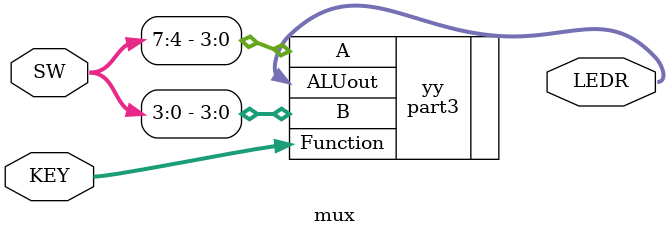
<source format=v>
`timescale 1ns / 1ns // `timescale time_unit/time_precision


//LEDR[0] output display

module mux(LEDR, KEY, SW);
    input [7:0] SW;
	 input [1:0] KEY;
    output [7:0] LEDR;

    part3 yy(
        .A(SW[7:4]),
        .B(SW[3:0]),
        .Function(KEY[1:0]),
        .ALUout(LEDR[7:0])
        );
endmodule




</source>
